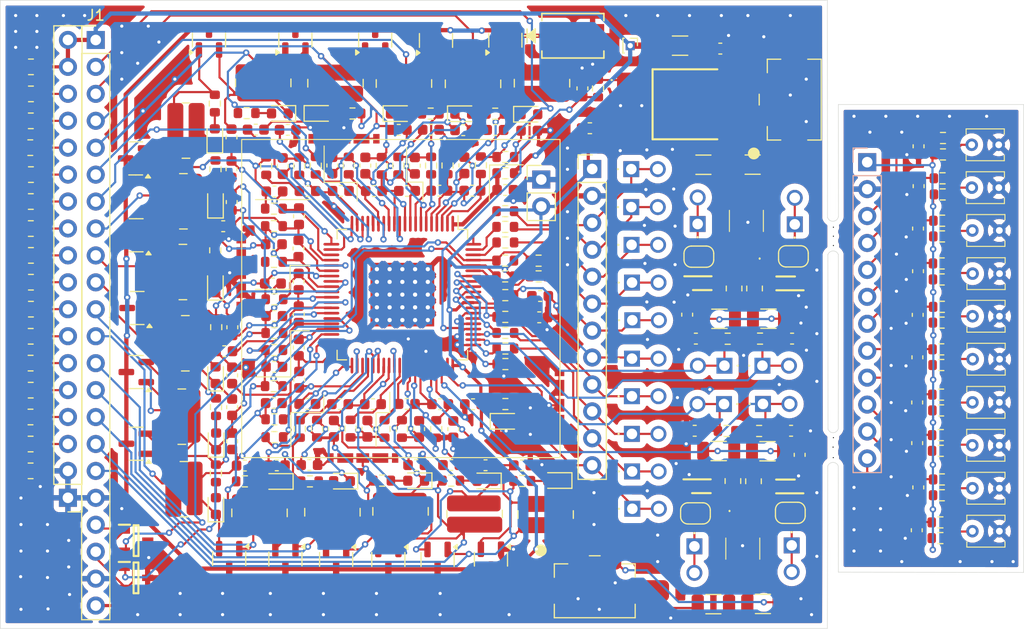
<source format=kicad_pcb>
(kicad_pcb
	(version 20240108)
	(generator "pcbnew")
	(generator_version "8.0")
	(general
		(thickness 1.6)
		(legacy_teardrops no)
	)
	(paper "A4")
	(layers
		(0 "F.Cu" signal)
		(1 "In1.Cu" signal)
		(2 "In2.Cu" signal)
		(31 "B.Cu" signal)
		(32 "B.Adhes" user "B.Adhesive")
		(33 "F.Adhes" user "F.Adhesive")
		(34 "B.Paste" user)
		(35 "F.Paste" user)
		(36 "B.SilkS" user "B.Silkscreen")
		(37 "F.SilkS" user "F.Silkscreen")
		(38 "B.Mask" user)
		(39 "F.Mask" user)
		(40 "Dwgs.User" user "User.Drawings")
		(41 "Cmts.User" user "User.Comments")
		(42 "Eco1.User" user "User.Eco1")
		(43 "Eco2.User" user "User.Eco2")
		(44 "Edge.Cuts" user)
		(45 "Margin" user)
		(46 "B.CrtYd" user "B.Courtyard")
		(47 "F.CrtYd" user "F.Courtyard")
		(48 "B.Fab" user)
		(49 "F.Fab" user)
		(50 "User.1" user)
		(51 "User.2" user)
		(52 "User.3" user)
		(53 "User.4" user)
		(54 "User.5" user)
		(55 "User.6" user)
		(56 "User.7" user)
		(57 "User.8" user)
		(58 "User.9" user)
	)
	(setup
		(stackup
			(layer "F.SilkS"
				(type "Top Silk Screen")
			)
			(layer "F.Paste"
				(type "Top Solder Paste")
			)
			(layer "F.Mask"
				(type "Top Solder Mask")
				(thickness 0.01)
			)
			(layer "F.Cu"
				(type "copper")
				(thickness 0.035)
			)
			(layer "dielectric 1"
				(type "prepreg")
				(thickness 0.1)
				(material "FR4")
				(epsilon_r 4.5)
				(loss_tangent 0.02)
			)
			(layer "In1.Cu"
				(type "copper")
				(thickness 0.035)
			)
			(layer "dielectric 2"
				(type "core")
				(thickness 1.24)
				(material "FR4")
				(epsilon_r 4.5)
				(loss_tangent 0.02)
			)
			(layer "In2.Cu"
				(type "copper")
				(thickness 0.035)
			)
			(layer "dielectric 3"
				(type "prepreg")
				(thickness 0.1)
				(material "FR4")
				(epsilon_r 4.5)
				(loss_tangent 0.02)
			)
			(layer "B.Cu"
				(type "copper")
				(thickness 0.035)
			)
			(layer "B.Mask"
				(type "Bottom Solder Mask")
				(thickness 0.01)
			)
			(layer "B.Paste"
				(type "Bottom Solder Paste")
			)
			(layer "B.SilkS"
				(type "Bottom Silk Screen")
			)
			(copper_finish "None")
			(dielectric_constraints no)
		)
		(pad_to_mask_clearance 0)
		(allow_soldermask_bridges_in_footprints no)
		(pcbplotparams
			(layerselection 0x00010fc_ffffffff)
			(plot_on_all_layers_selection 0x0000000_00000000)
			(disableapertmacros no)
			(usegerberextensions no)
			(usegerberattributes yes)
			(usegerberadvancedattributes yes)
			(creategerberjobfile yes)
			(dashed_line_dash_ratio 12.000000)
			(dashed_line_gap_ratio 3.000000)
			(svgprecision 4)
			(plotframeref no)
			(viasonmask no)
			(mode 1)
			(useauxorigin no)
			(hpglpennumber 1)
			(hpglpenspeed 20)
			(hpglpendiameter 15.000000)
			(pdf_front_fp_property_popups yes)
			(pdf_back_fp_property_popups yes)
			(dxfpolygonmode yes)
			(dxfimperialunits yes)
			(dxfusepcbnewfont yes)
			(psnegative no)
			(psa4output no)
			(plotreference yes)
			(plotvalue yes)
			(plotfptext yes)
			(plotinvisibletext no)
			(sketchpadsonfab no)
			(subtractmaskfromsilk no)
			(outputformat 1)
			(mirror no)
			(drillshape 0)
			(scaleselection 1)
			(outputdirectory "gerber/")
		)
	)
	(net 0 "")
	(net 1 "/FilterBalancingNetwork/CB")
	(net 2 "/FilterBalancingNetwork/CB:A")
	(net 3 "/FilterBalancingNetwork/CA")
	(net 4 "/Cell 15{slash}16")
	(net 5 "/S16P")
	(net 6 "/Cell 15{slash}14")
	(net 7 "/S15P")
	(net 8 "/FilterBalancingNetwork1/CB:A")
	(net 9 "/FilterBalancingNetwork1/CB")
	(net 10 "/FilterBalancingNetwork1/CA")
	(net 11 "/Cell 14{slash}13")
	(net 12 "/S14P")
	(net 13 "/Cell 13{slash}12")
	(net 14 "/S13P")
	(net 15 "/FilterBalancingNetwork2/CB:A")
	(net 16 "/FilterBalancingNetwork2/CB")
	(net 17 "/FilterBalancingNetwork2/CA")
	(net 18 "/Cell 12{slash}11")
	(net 19 "/S12P")
	(net 20 "/S11P")
	(net 21 "/Cell 11{slash}10")
	(net 22 "/FilterBalancingNetwork3/CB:A")
	(net 23 "/FilterBalancingNetwork3/CB")
	(net 24 "/FilterBalancingNetwork3/CA")
	(net 25 "/S10P")
	(net 26 "/Cell 10{slash}9")
	(net 27 "/S9P")
	(net 28 "/Cell 9{slash}8")
	(net 29 "/FilterBalancingNetwork4/CB:A")
	(net 30 "/FilterBalancingNetwork4/CB")
	(net 31 "/FilterBalancingNetwork4/CA")
	(net 32 "/S8P")
	(net 33 "/Cell 8{slash}7")
	(net 34 "/Cell 7{slash}6")
	(net 35 "/S7P")
	(net 36 "/FilterBalancingNetwork5/CB:A")
	(net 37 "/FilterBalancingNetwork5/CB")
	(net 38 "/FilterBalancingNetwork5/CA")
	(net 39 "/S6P")
	(net 40 "/Cell 6{slash}5")
	(net 41 "/Cell 5{slash}4")
	(net 42 "/S5P")
	(net 43 "/FilterBalancingNetwork6/CB")
	(net 44 "/FilterBalancingNetwork6/CB:A")
	(net 45 "/FilterBalancingNetwork6/CA")
	(net 46 "/S4P")
	(net 47 "/Cell 4{slash}3")
	(net 48 "/S3P")
	(net 49 "/FilterBalancingNetwork7/CB:A")
	(net 50 "/FilterBalancingNetwork7/CB")
	(net 51 "/FilterBalancingNetwork7/CA")
	(net 52 "/S2P")
	(net 53 "GND")
	(net 54 "/S1P")
	(net 55 "Net-(U1-V+)")
	(net 56 "Net-(U1-DRIVE)")
	(net 57 "Net-(U1-VREF1)")
	(net 58 "+5V")
	(net 59 "Net-(Q1-C)")
	(net 60 "Net-(U1-VREF2)")
	(net 61 "Net-(U1-IPB)")
	(net 62 "Net-(U1-CSB(IMA))")
	(net 63 "Net-(U1-IMB)")
	(net 64 "Net-(U1-SCK(IPA))")
	(net 65 "Net-(C11-Pad2)")
	(net 66 "Net-(C12-Pad2)")
	(net 67 "Net-(J10-Pin_2)")
	(net 68 "Net-(J10-Pin_1)")
	(net 69 "Net-(J11-Pin_2)")
	(net 70 "Clamp")
	(net 71 "Net-(J11-Pin_1)")
	(net 72 "Net-(D4-A2)")
	(net 73 "Net-(D5-A2)")
	(net 74 "Net-(D6-A2)")
	(net 75 "Net-(D7-A2)")
	(net 76 "Net-(D18-A)")
	(net 77 "Net-(D21-A)")
	(net 78 "Net-(D22-A)")
	(net 79 "Net-(D8-A)")
	(net 80 "Net-(D9-A)")
	(net 81 "Net-(D10-A)")
	(net 82 "Net-(D25-A)")
	(net 83 "Net-(D26-A)")
	(net 84 "Net-(D13-A)")
	(net 85 "Net-(D14-A)")
	(net 86 "Net-(D29-A)")
	(net 87 "Net-(D30-A)")
	(net 88 "Net-(D17-A)")
	(net 89 "Net-(Q1-E)")
	(net 90 "Net-(Q1-B)")
	(net 91 "VBUS")
	(net 92 "Net-(D33-A)")
	(net 93 "Net-(D34-A)")
	(net 94 "Net-(D37-A)")
	(net 95 "Net-(D38-A)")
	(net 96 "Net-(J5-Pin_9)")
	(net 97 "Net-(J5-Pin_8)")
	(net 98 "/TMP_SDA")
	(net 99 "Net-(J5-Pin_3)")
	(net 100 "/TMP_SCL")
	(net 101 "Net-(J5-Pin_4)")
	(net 102 "Net-(J5-Pin_10)")
	(net 103 "Net-(J5-Pin_5)")
	(net 104 "Net-(J5-Pin_7)")
	(net 105 "Net-(J5-Pin_6)")
	(net 106 "Net-(U1-GPIO1)")
	(net 107 "Net-(U1-GPIO2)")
	(net 108 "Net-(U1-GPIO3)")
	(net 109 "Net-(U1-GPIO6)")
	(net 110 "Net-(U1-GPIO7)")
	(net 111 "Net-(U1-GPIO8)")
	(net 112 "Net-(U1-GPIO9)")
	(net 113 "Net-(U1-GPIO10)")
	(net 114 "Net-(R87-Pad2)")
	(net 115 "/NTC/V_out_1")
	(net 116 "/NTC/V_out_5")
	(net 117 "/NTC/V_out_2")
	(net 118 "/NTC/V_out_6")
	(net 119 "/NTC/V_out_3")
	(net 120 "/NTC/V_out_7")
	(net 121 "/NTC/V_out_4")
	(net 122 "/NTC/V_out_8")
	(net 123 "/NTC/V_out_9")
	(net 124 "/NTC/V_out_10")
	(net 125 "Net-(JP4-B)")
	(net 126 "Net-(JP1-B)")
	(net 127 "Net-(JP3-B)")
	(net 128 "Net-(JP2-B)")
	(net 129 "Net-(JP4-A)")
	(net 130 "Net-(JP1-A)")
	(net 131 "Net-(JP2-A)")
	(net 132 "Net-(JP3-A)")
	(net 133 "Net-(R85-Pad2)")
	(net 134 "Net-(R86-Pad2)")
	(net 135 "Net-(R88-Pad2)")
	(net 136 "Net-(R93-Pad2)")
	(net 137 "Net-(R95-Pad2)")
	(net 138 "Net-(R94-Pad2)")
	(net 139 "Net-(R102-Pad2)")
	(net 140 "Net-(R100-Pad1)")
	(net 141 "Net-(R101-Pad2)")
	(net 142 "unconnected-(U1-NC-Pad66)")
	(net 143 "GND1")
	(net 144 "+5V_NTC")
	(net 145 "Net-(J5-Pin_11)")
	(net 146 "Net-(J5-Pin_12)")
	(net 147 "Net-(R105-Pad1)")
	(net 148 "/C 3{slash}2")
	(net 149 "/Cell 3{slash}2")
	(net 150 "/Cell 2{slash}1")
	(net 151 "/C 5{slash}4")
	(net 152 "/C 7{slash}6")
	(net 153 "/C 13{slash}12")
	(net 154 "/C 14{slash}13")
	(net 155 "/C 11{slash}10")
	(net 156 "/C 15{slash}14")
	(net 157 "/C 4{slash}3")
	(net 158 "/C 9{slash}8")
	(net 159 "/C 6{slash}5")
	(net 160 "/C 8{slash}7")
	(net 161 "/C 12{slash}11")
	(net 162 "/C 15{slash}16")
	(net 163 "/C 10{slash}9")
	(net 164 "/Cell 16")
	(footprint "Resistor_SMD:R_0603_1608Metric" (layer "F.Cu") (at 112.27 75.8 -90))
	(footprint "Resistor_SMD:R_0805_2012Metric" (layer "F.Cu") (at 161.2 93.24 90))
	(footprint "Resistor_SMD:R_0805_2012Metric" (layer "F.Cu") (at 94.91 110.44))
	(footprint "Capacitor_SMD:C_0603_1608Metric" (layer "F.Cu") (at 167.38 108.93 90))
	(footprint "Capacitor_SMD:C_0603_1608Metric" (layer "F.Cu") (at 178.585 79.83 -90))
	(footprint "Connector_PinHeader_2.54mm:PinHeader_1x22_P2.54mm_Vertical" (layer "F.Cu") (at 101.0475 69.805))
	(footprint "Resistor_SMD:R_0603_1608Metric" (layer "F.Cu") (at 117.88 105.58))
	(footprint "Resistor_SMD:R_1206_3216Metric" (layer "F.Cu") (at 156.11 70.34))
	(footprint "Slave:5025" (layer "F.Cu") (at 151.57 103.405))
	(footprint "Slave:Balancing" (layer "F.Cu") (at 122.8 114.34 90))
	(footprint "LED_SMD:LED_0603_1608Metric" (layer "F.Cu") (at 139.71 105.77))
	(footprint "Slave:SMBJ75A-13-F" (layer "F.Cu") (at 146.01 69.41))
	(footprint "Capacitor_SMD:C_0603_1608Metric" (layer "F.Cu") (at 178.535 91.61 -90))
	(footprint "Slave:5025" (layer "F.Cu") (at 160.29 100.52 180))
	(footprint "Capacitor_SMD:C_0603_1608Metric" (layer "F.Cu") (at 130.38 84.04 180))
	(footprint "Resistor_SMD:R_0603_1608Metric" (layer "F.Cu") (at 124.89 81.65 -90))
	(footprint "Slave:Balancing" (layer "F.Cu") (at 115.93 114.4 90))
	(footprint "Slave:5025" (layer "F.Cu") (at 151.59 110.495))
	(footprint "Slave:5025" (layer "F.Cu") (at 151.54 89.125))
	(footprint "Package_TO_SOT_SMD:SOT-23" (layer "F.Cu") (at 133.11 69.85 90))
	(footprint "Resistor_SMD:R_0805_2012Metric" (layer "F.Cu") (at 94.93 87.59))
	(footprint "Resistor_SMD:R_0603_1608Metric" (layer "F.Cu") (at 180.885 79.05 180))
	(footprint "Resistor_SMD:R_0603_1608Metric" (layer "F.Cu") (at 117.89 94.26))
	(footprint "Resistor_SMD:R_0805_2012Metric" (layer "F.Cu") (at 94.92 102.83))
	(footprint "Slave:NTCLE203E3103JB0" (layer "F.Cu") (at 183.595 79.69))
	(footprint "Resistor_SMD:R_0603_1608Metric" (layer "F.Cu") (at 160.5 106.68))
	(footprint "Package_TO_SOT_SMD:SOT-23" (layer "F.Cu") (at 138.29 118.77 -90))
	(footprint "Resistor_SMD:R_0603_1608Metric" (layer "F.Cu") (at 139.64 95.92))
	(footprint "LED_SMD:LED_0603_1608Metric" (layer "F.Cu") (at 144.435001 111.349998 180))
	(footprint "Jumper:SolderJumper-2_P1.3mm_Open_RoundedPad1.0x1.5mm" (layer "F.Cu") (at 157.56 114.45 180))
	(footprint "Resistor_SMD:R_0603_1608Metric" (layer "F.Cu") (at 112.31 89.64 -90))
	(footprint "Resistor_SMD:R_0603_1608Metric" (layer "F.Cu") (at 139.64 85.95))
	(footprint "Inductor_SMD:L_0603_1608Metric" (layer "F.Cu") (at 147.61 78.13 180))
	(footprint "LED_SMD:LED_0603_1608Metric" (layer "F.Cu") (at 112.37 113.76 90))
	(footprint "Package_TO_SOT_SMD:SOT-23" (layer "F.Cu") (at 119.86 69.82 90))
	(footprint "Capacitor_SMD:C_0603_1608Metric" (layer "F.Cu") (at 127.26 84.05 180))
	(footprint "Resistor_SMD:R_0603_1608Metric" (layer "F.Cu") (at 112.33 81.99 -90))
	(footprint "Capacitor_SMD:C_0603_1608Metric" (layer "F.Cu") (at 113.06 87.37 180))
	(footprint "Capacitor_SMD:C_1206_3216Metric"
		(layer "F.Cu")
		(uuid "2a3e99d7-2a68-4a1d-ae24-47d06b1c5f10")
		(at 159.25 123.01 180)
		(descr "Capacitor SMD 1206 (3216 Metric), square (rectangular) end terminal, IPC_7351 nominal, (Body size source: IPC-SM-782 page 76, https://www.pcb-3d.com/wordpress/wp-content/uploads/ipc-sm-782a_amendment_1_and_2.pdf), generated with kicad-footprint-generator")
		(tags "capacitor")
		(property "Reference" "C16"
			(at 4.17 0 0)
			(layer "F.SilkS")
			(hide yes)
			(uuid "7c514406-5517-466c-844c-f341c6a18f30")
			(effects
				(font
					(size 1 1)
					(thickness 0.15)
				)
			)
		)
		(property "Value" "22n"
			(at 0 1.85 180)
			(layer "F.Fab")
			(hide yes)
			(uuid "8cdb4323-ad60-43d5-9fc5-079bbb749043")
			(effects
				(font
					(size 1 1)
					(thickness 0.15)
				)
			)
		)
		(property "Footprint" "Capacitor_SMD:C_1206_3216Metric"
			(at 0 0 180)
			(unlocked yes)
			(layer "F.Fab")
			(hide yes)
			(uuid "37cf3fd9-a1cc-40a3-8bb7-18a1cd1c198f")
			(effects
				(font
					(size 1.27 1.27)
				)
			)
		)
		(property "Datasheet" ""
			(at 0 0 180)
			(unlocked yes)
			(layer "F.Fab")
			(hide yes)
			(uuid "0dc87b42-64ce-4c72-b044-53674e14d305")
			(effects
				(font
					(size 1.27 1.27)
				)
			)
		)
		(property "Description" "Unpolarized capacitor"
			(at 0 0 180)
			(unlocked yes)
			(layer "F.Fab")
			(hide yes)
			(uuid "2f91a417-b08e-4e01-86df-aacd7b70dbd6")
			(effec
... [3001930 chars truncated]
</source>
